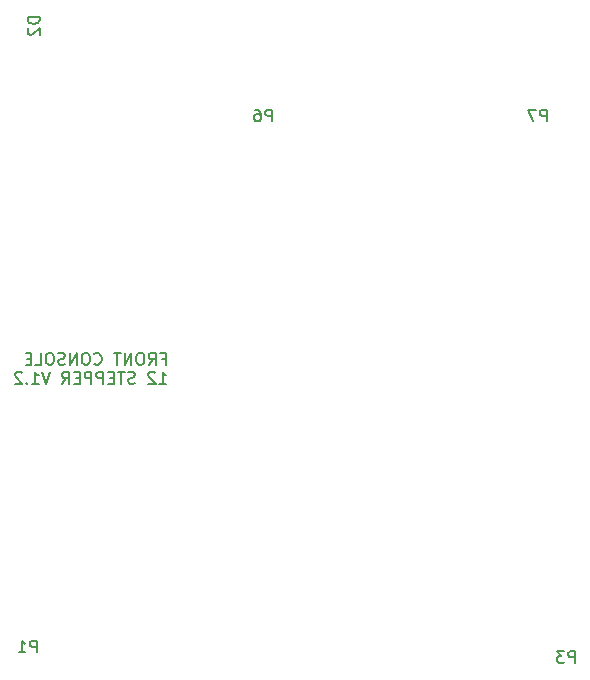
<source format=gbr>
G04 #@! TF.GenerationSoftware,KiCad,Pcbnew,7.0.9*
G04 #@! TF.CreationDate,2024-01-20T11:08:54+10:00*
G04 #@! TF.ProjectId,Front Console 12 Stepper,46726f6e-7420-4436-9f6e-736f6c652031,rev?*
G04 #@! TF.SameCoordinates,Original*
G04 #@! TF.FileFunction,Legend,Bot*
G04 #@! TF.FilePolarity,Positive*
%FSLAX46Y46*%
G04 Gerber Fmt 4.6, Leading zero omitted, Abs format (unit mm)*
G04 Created by KiCad (PCBNEW 7.0.9) date 2024-01-20 11:08:54*
%MOMM*%
%LPD*%
G01*
G04 APERTURE LIST*
%ADD10C,0.150000*%
G04 APERTURE END LIST*
D10*
X139729887Y-93936009D02*
X140063220Y-93936009D01*
X140063220Y-94459819D02*
X140063220Y-93459819D01*
X140063220Y-93459819D02*
X139587030Y-93459819D01*
X138634649Y-94459819D02*
X138967982Y-93983628D01*
X139206077Y-94459819D02*
X139206077Y-93459819D01*
X139206077Y-93459819D02*
X138825125Y-93459819D01*
X138825125Y-93459819D02*
X138729887Y-93507438D01*
X138729887Y-93507438D02*
X138682268Y-93555057D01*
X138682268Y-93555057D02*
X138634649Y-93650295D01*
X138634649Y-93650295D02*
X138634649Y-93793152D01*
X138634649Y-93793152D02*
X138682268Y-93888390D01*
X138682268Y-93888390D02*
X138729887Y-93936009D01*
X138729887Y-93936009D02*
X138825125Y-93983628D01*
X138825125Y-93983628D02*
X139206077Y-93983628D01*
X138015601Y-93459819D02*
X137825125Y-93459819D01*
X137825125Y-93459819D02*
X137729887Y-93507438D01*
X137729887Y-93507438D02*
X137634649Y-93602676D01*
X137634649Y-93602676D02*
X137587030Y-93793152D01*
X137587030Y-93793152D02*
X137587030Y-94126485D01*
X137587030Y-94126485D02*
X137634649Y-94316961D01*
X137634649Y-94316961D02*
X137729887Y-94412200D01*
X137729887Y-94412200D02*
X137825125Y-94459819D01*
X137825125Y-94459819D02*
X138015601Y-94459819D01*
X138015601Y-94459819D02*
X138110839Y-94412200D01*
X138110839Y-94412200D02*
X138206077Y-94316961D01*
X138206077Y-94316961D02*
X138253696Y-94126485D01*
X138253696Y-94126485D02*
X138253696Y-93793152D01*
X138253696Y-93793152D02*
X138206077Y-93602676D01*
X138206077Y-93602676D02*
X138110839Y-93507438D01*
X138110839Y-93507438D02*
X138015601Y-93459819D01*
X137158458Y-94459819D02*
X137158458Y-93459819D01*
X137158458Y-93459819D02*
X136587030Y-94459819D01*
X136587030Y-94459819D02*
X136587030Y-93459819D01*
X136253696Y-93459819D02*
X135682268Y-93459819D01*
X135967982Y-94459819D02*
X135967982Y-93459819D01*
X134015601Y-94364580D02*
X134063220Y-94412200D01*
X134063220Y-94412200D02*
X134206077Y-94459819D01*
X134206077Y-94459819D02*
X134301315Y-94459819D01*
X134301315Y-94459819D02*
X134444172Y-94412200D01*
X134444172Y-94412200D02*
X134539410Y-94316961D01*
X134539410Y-94316961D02*
X134587029Y-94221723D01*
X134587029Y-94221723D02*
X134634648Y-94031247D01*
X134634648Y-94031247D02*
X134634648Y-93888390D01*
X134634648Y-93888390D02*
X134587029Y-93697914D01*
X134587029Y-93697914D02*
X134539410Y-93602676D01*
X134539410Y-93602676D02*
X134444172Y-93507438D01*
X134444172Y-93507438D02*
X134301315Y-93459819D01*
X134301315Y-93459819D02*
X134206077Y-93459819D01*
X134206077Y-93459819D02*
X134063220Y-93507438D01*
X134063220Y-93507438D02*
X134015601Y-93555057D01*
X133396553Y-93459819D02*
X133206077Y-93459819D01*
X133206077Y-93459819D02*
X133110839Y-93507438D01*
X133110839Y-93507438D02*
X133015601Y-93602676D01*
X133015601Y-93602676D02*
X132967982Y-93793152D01*
X132967982Y-93793152D02*
X132967982Y-94126485D01*
X132967982Y-94126485D02*
X133015601Y-94316961D01*
X133015601Y-94316961D02*
X133110839Y-94412200D01*
X133110839Y-94412200D02*
X133206077Y-94459819D01*
X133206077Y-94459819D02*
X133396553Y-94459819D01*
X133396553Y-94459819D02*
X133491791Y-94412200D01*
X133491791Y-94412200D02*
X133587029Y-94316961D01*
X133587029Y-94316961D02*
X133634648Y-94126485D01*
X133634648Y-94126485D02*
X133634648Y-93793152D01*
X133634648Y-93793152D02*
X133587029Y-93602676D01*
X133587029Y-93602676D02*
X133491791Y-93507438D01*
X133491791Y-93507438D02*
X133396553Y-93459819D01*
X132539410Y-94459819D02*
X132539410Y-93459819D01*
X132539410Y-93459819D02*
X131967982Y-94459819D01*
X131967982Y-94459819D02*
X131967982Y-93459819D01*
X131539410Y-94412200D02*
X131396553Y-94459819D01*
X131396553Y-94459819D02*
X131158458Y-94459819D01*
X131158458Y-94459819D02*
X131063220Y-94412200D01*
X131063220Y-94412200D02*
X131015601Y-94364580D01*
X131015601Y-94364580D02*
X130967982Y-94269342D01*
X130967982Y-94269342D02*
X130967982Y-94174104D01*
X130967982Y-94174104D02*
X131015601Y-94078866D01*
X131015601Y-94078866D02*
X131063220Y-94031247D01*
X131063220Y-94031247D02*
X131158458Y-93983628D01*
X131158458Y-93983628D02*
X131348934Y-93936009D01*
X131348934Y-93936009D02*
X131444172Y-93888390D01*
X131444172Y-93888390D02*
X131491791Y-93840771D01*
X131491791Y-93840771D02*
X131539410Y-93745533D01*
X131539410Y-93745533D02*
X131539410Y-93650295D01*
X131539410Y-93650295D02*
X131491791Y-93555057D01*
X131491791Y-93555057D02*
X131444172Y-93507438D01*
X131444172Y-93507438D02*
X131348934Y-93459819D01*
X131348934Y-93459819D02*
X131110839Y-93459819D01*
X131110839Y-93459819D02*
X130967982Y-93507438D01*
X130348934Y-93459819D02*
X130158458Y-93459819D01*
X130158458Y-93459819D02*
X130063220Y-93507438D01*
X130063220Y-93507438D02*
X129967982Y-93602676D01*
X129967982Y-93602676D02*
X129920363Y-93793152D01*
X129920363Y-93793152D02*
X129920363Y-94126485D01*
X129920363Y-94126485D02*
X129967982Y-94316961D01*
X129967982Y-94316961D02*
X130063220Y-94412200D01*
X130063220Y-94412200D02*
X130158458Y-94459819D01*
X130158458Y-94459819D02*
X130348934Y-94459819D01*
X130348934Y-94459819D02*
X130444172Y-94412200D01*
X130444172Y-94412200D02*
X130539410Y-94316961D01*
X130539410Y-94316961D02*
X130587029Y-94126485D01*
X130587029Y-94126485D02*
X130587029Y-93793152D01*
X130587029Y-93793152D02*
X130539410Y-93602676D01*
X130539410Y-93602676D02*
X130444172Y-93507438D01*
X130444172Y-93507438D02*
X130348934Y-93459819D01*
X129015601Y-94459819D02*
X129491791Y-94459819D01*
X129491791Y-94459819D02*
X129491791Y-93459819D01*
X128682267Y-93936009D02*
X128348934Y-93936009D01*
X128206077Y-94459819D02*
X128682267Y-94459819D01*
X128682267Y-94459819D02*
X128682267Y-93459819D01*
X128682267Y-93459819D02*
X128206077Y-93459819D01*
X139539411Y-96069819D02*
X140110839Y-96069819D01*
X139825125Y-96069819D02*
X139825125Y-95069819D01*
X139825125Y-95069819D02*
X139920363Y-95212676D01*
X139920363Y-95212676D02*
X140015601Y-95307914D01*
X140015601Y-95307914D02*
X140110839Y-95355533D01*
X139158458Y-95165057D02*
X139110839Y-95117438D01*
X139110839Y-95117438D02*
X139015601Y-95069819D01*
X139015601Y-95069819D02*
X138777506Y-95069819D01*
X138777506Y-95069819D02*
X138682268Y-95117438D01*
X138682268Y-95117438D02*
X138634649Y-95165057D01*
X138634649Y-95165057D02*
X138587030Y-95260295D01*
X138587030Y-95260295D02*
X138587030Y-95355533D01*
X138587030Y-95355533D02*
X138634649Y-95498390D01*
X138634649Y-95498390D02*
X139206077Y-96069819D01*
X139206077Y-96069819D02*
X138587030Y-96069819D01*
X137444172Y-96022200D02*
X137301315Y-96069819D01*
X137301315Y-96069819D02*
X137063220Y-96069819D01*
X137063220Y-96069819D02*
X136967982Y-96022200D01*
X136967982Y-96022200D02*
X136920363Y-95974580D01*
X136920363Y-95974580D02*
X136872744Y-95879342D01*
X136872744Y-95879342D02*
X136872744Y-95784104D01*
X136872744Y-95784104D02*
X136920363Y-95688866D01*
X136920363Y-95688866D02*
X136967982Y-95641247D01*
X136967982Y-95641247D02*
X137063220Y-95593628D01*
X137063220Y-95593628D02*
X137253696Y-95546009D01*
X137253696Y-95546009D02*
X137348934Y-95498390D01*
X137348934Y-95498390D02*
X137396553Y-95450771D01*
X137396553Y-95450771D02*
X137444172Y-95355533D01*
X137444172Y-95355533D02*
X137444172Y-95260295D01*
X137444172Y-95260295D02*
X137396553Y-95165057D01*
X137396553Y-95165057D02*
X137348934Y-95117438D01*
X137348934Y-95117438D02*
X137253696Y-95069819D01*
X137253696Y-95069819D02*
X137015601Y-95069819D01*
X137015601Y-95069819D02*
X136872744Y-95117438D01*
X136587029Y-95069819D02*
X136015601Y-95069819D01*
X136301315Y-96069819D02*
X136301315Y-95069819D01*
X135682267Y-95546009D02*
X135348934Y-95546009D01*
X135206077Y-96069819D02*
X135682267Y-96069819D01*
X135682267Y-96069819D02*
X135682267Y-95069819D01*
X135682267Y-95069819D02*
X135206077Y-95069819D01*
X134777505Y-96069819D02*
X134777505Y-95069819D01*
X134777505Y-95069819D02*
X134396553Y-95069819D01*
X134396553Y-95069819D02*
X134301315Y-95117438D01*
X134301315Y-95117438D02*
X134253696Y-95165057D01*
X134253696Y-95165057D02*
X134206077Y-95260295D01*
X134206077Y-95260295D02*
X134206077Y-95403152D01*
X134206077Y-95403152D02*
X134253696Y-95498390D01*
X134253696Y-95498390D02*
X134301315Y-95546009D01*
X134301315Y-95546009D02*
X134396553Y-95593628D01*
X134396553Y-95593628D02*
X134777505Y-95593628D01*
X133777505Y-96069819D02*
X133777505Y-95069819D01*
X133777505Y-95069819D02*
X133396553Y-95069819D01*
X133396553Y-95069819D02*
X133301315Y-95117438D01*
X133301315Y-95117438D02*
X133253696Y-95165057D01*
X133253696Y-95165057D02*
X133206077Y-95260295D01*
X133206077Y-95260295D02*
X133206077Y-95403152D01*
X133206077Y-95403152D02*
X133253696Y-95498390D01*
X133253696Y-95498390D02*
X133301315Y-95546009D01*
X133301315Y-95546009D02*
X133396553Y-95593628D01*
X133396553Y-95593628D02*
X133777505Y-95593628D01*
X132777505Y-95546009D02*
X132444172Y-95546009D01*
X132301315Y-96069819D02*
X132777505Y-96069819D01*
X132777505Y-96069819D02*
X132777505Y-95069819D01*
X132777505Y-95069819D02*
X132301315Y-95069819D01*
X131301315Y-96069819D02*
X131634648Y-95593628D01*
X131872743Y-96069819D02*
X131872743Y-95069819D01*
X131872743Y-95069819D02*
X131491791Y-95069819D01*
X131491791Y-95069819D02*
X131396553Y-95117438D01*
X131396553Y-95117438D02*
X131348934Y-95165057D01*
X131348934Y-95165057D02*
X131301315Y-95260295D01*
X131301315Y-95260295D02*
X131301315Y-95403152D01*
X131301315Y-95403152D02*
X131348934Y-95498390D01*
X131348934Y-95498390D02*
X131396553Y-95546009D01*
X131396553Y-95546009D02*
X131491791Y-95593628D01*
X131491791Y-95593628D02*
X131872743Y-95593628D01*
X130253695Y-95069819D02*
X129920362Y-96069819D01*
X129920362Y-96069819D02*
X129587029Y-95069819D01*
X128729886Y-96069819D02*
X129301314Y-96069819D01*
X129015600Y-96069819D02*
X129015600Y-95069819D01*
X129015600Y-95069819D02*
X129110838Y-95212676D01*
X129110838Y-95212676D02*
X129206076Y-95307914D01*
X129206076Y-95307914D02*
X129301314Y-95355533D01*
X128301314Y-95974580D02*
X128253695Y-96022200D01*
X128253695Y-96022200D02*
X128301314Y-96069819D01*
X128301314Y-96069819D02*
X128348933Y-96022200D01*
X128348933Y-96022200D02*
X128301314Y-95974580D01*
X128301314Y-95974580D02*
X128301314Y-96069819D01*
X127872743Y-95165057D02*
X127825124Y-95117438D01*
X127825124Y-95117438D02*
X127729886Y-95069819D01*
X127729886Y-95069819D02*
X127491791Y-95069819D01*
X127491791Y-95069819D02*
X127396553Y-95117438D01*
X127396553Y-95117438D02*
X127348934Y-95165057D01*
X127348934Y-95165057D02*
X127301315Y-95260295D01*
X127301315Y-95260295D02*
X127301315Y-95355533D01*
X127301315Y-95355533D02*
X127348934Y-95498390D01*
X127348934Y-95498390D02*
X127920362Y-96069819D01*
X127920362Y-96069819D02*
X127301315Y-96069819D01*
X129135094Y-118818819D02*
X129135094Y-117818819D01*
X129135094Y-117818819D02*
X128754142Y-117818819D01*
X128754142Y-117818819D02*
X128658904Y-117866438D01*
X128658904Y-117866438D02*
X128611285Y-117914057D01*
X128611285Y-117914057D02*
X128563666Y-118009295D01*
X128563666Y-118009295D02*
X128563666Y-118152152D01*
X128563666Y-118152152D02*
X128611285Y-118247390D01*
X128611285Y-118247390D02*
X128658904Y-118295009D01*
X128658904Y-118295009D02*
X128754142Y-118342628D01*
X128754142Y-118342628D02*
X129135094Y-118342628D01*
X127611285Y-118818819D02*
X128182713Y-118818819D01*
X127896999Y-118818819D02*
X127896999Y-117818819D01*
X127896999Y-117818819D02*
X127992237Y-117961676D01*
X127992237Y-117961676D02*
X128087475Y-118056914D01*
X128087475Y-118056914D02*
X128182713Y-118104533D01*
X174728094Y-119707819D02*
X174728094Y-118707819D01*
X174728094Y-118707819D02*
X174347142Y-118707819D01*
X174347142Y-118707819D02*
X174251904Y-118755438D01*
X174251904Y-118755438D02*
X174204285Y-118803057D01*
X174204285Y-118803057D02*
X174156666Y-118898295D01*
X174156666Y-118898295D02*
X174156666Y-119041152D01*
X174156666Y-119041152D02*
X174204285Y-119136390D01*
X174204285Y-119136390D02*
X174251904Y-119184009D01*
X174251904Y-119184009D02*
X174347142Y-119231628D01*
X174347142Y-119231628D02*
X174728094Y-119231628D01*
X173823332Y-118707819D02*
X173204285Y-118707819D01*
X173204285Y-118707819D02*
X173537618Y-119088771D01*
X173537618Y-119088771D02*
X173394761Y-119088771D01*
X173394761Y-119088771D02*
X173299523Y-119136390D01*
X173299523Y-119136390D02*
X173251904Y-119184009D01*
X173251904Y-119184009D02*
X173204285Y-119279247D01*
X173204285Y-119279247D02*
X173204285Y-119517342D01*
X173204285Y-119517342D02*
X173251904Y-119612580D01*
X173251904Y-119612580D02*
X173299523Y-119660200D01*
X173299523Y-119660200D02*
X173394761Y-119707819D01*
X173394761Y-119707819D02*
X173680475Y-119707819D01*
X173680475Y-119707819D02*
X173775713Y-119660200D01*
X173775713Y-119660200D02*
X173823332Y-119612580D01*
X149074094Y-73860819D02*
X149074094Y-72860819D01*
X149074094Y-72860819D02*
X148693142Y-72860819D01*
X148693142Y-72860819D02*
X148597904Y-72908438D01*
X148597904Y-72908438D02*
X148550285Y-72956057D01*
X148550285Y-72956057D02*
X148502666Y-73051295D01*
X148502666Y-73051295D02*
X148502666Y-73194152D01*
X148502666Y-73194152D02*
X148550285Y-73289390D01*
X148550285Y-73289390D02*
X148597904Y-73337009D01*
X148597904Y-73337009D02*
X148693142Y-73384628D01*
X148693142Y-73384628D02*
X149074094Y-73384628D01*
X147645523Y-72860819D02*
X147835999Y-72860819D01*
X147835999Y-72860819D02*
X147931237Y-72908438D01*
X147931237Y-72908438D02*
X147978856Y-72956057D01*
X147978856Y-72956057D02*
X148074094Y-73098914D01*
X148074094Y-73098914D02*
X148121713Y-73289390D01*
X148121713Y-73289390D02*
X148121713Y-73670342D01*
X148121713Y-73670342D02*
X148074094Y-73765580D01*
X148074094Y-73765580D02*
X148026475Y-73813200D01*
X148026475Y-73813200D02*
X147931237Y-73860819D01*
X147931237Y-73860819D02*
X147740761Y-73860819D01*
X147740761Y-73860819D02*
X147645523Y-73813200D01*
X147645523Y-73813200D02*
X147597904Y-73765580D01*
X147597904Y-73765580D02*
X147550285Y-73670342D01*
X147550285Y-73670342D02*
X147550285Y-73432247D01*
X147550285Y-73432247D02*
X147597904Y-73337009D01*
X147597904Y-73337009D02*
X147645523Y-73289390D01*
X147645523Y-73289390D02*
X147740761Y-73241771D01*
X147740761Y-73241771D02*
X147931237Y-73241771D01*
X147931237Y-73241771D02*
X148026475Y-73289390D01*
X148026475Y-73289390D02*
X148074094Y-73337009D01*
X148074094Y-73337009D02*
X148121713Y-73432247D01*
X172315094Y-73860819D02*
X172315094Y-72860819D01*
X172315094Y-72860819D02*
X171934142Y-72860819D01*
X171934142Y-72860819D02*
X171838904Y-72908438D01*
X171838904Y-72908438D02*
X171791285Y-72956057D01*
X171791285Y-72956057D02*
X171743666Y-73051295D01*
X171743666Y-73051295D02*
X171743666Y-73194152D01*
X171743666Y-73194152D02*
X171791285Y-73289390D01*
X171791285Y-73289390D02*
X171838904Y-73337009D01*
X171838904Y-73337009D02*
X171934142Y-73384628D01*
X171934142Y-73384628D02*
X172315094Y-73384628D01*
X171410332Y-72860819D02*
X170743666Y-72860819D01*
X170743666Y-72860819D02*
X171172237Y-73860819D01*
X129385219Y-65017505D02*
X128385219Y-65017505D01*
X128385219Y-65017505D02*
X128385219Y-65255600D01*
X128385219Y-65255600D02*
X128432838Y-65398457D01*
X128432838Y-65398457D02*
X128528076Y-65493695D01*
X128528076Y-65493695D02*
X128623314Y-65541314D01*
X128623314Y-65541314D02*
X128813790Y-65588933D01*
X128813790Y-65588933D02*
X128956647Y-65588933D01*
X128956647Y-65588933D02*
X129147123Y-65541314D01*
X129147123Y-65541314D02*
X129242361Y-65493695D01*
X129242361Y-65493695D02*
X129337600Y-65398457D01*
X129337600Y-65398457D02*
X129385219Y-65255600D01*
X129385219Y-65255600D02*
X129385219Y-65017505D01*
X128480457Y-65969886D02*
X128432838Y-66017505D01*
X128432838Y-66017505D02*
X128385219Y-66112743D01*
X128385219Y-66112743D02*
X128385219Y-66350838D01*
X128385219Y-66350838D02*
X128432838Y-66446076D01*
X128432838Y-66446076D02*
X128480457Y-66493695D01*
X128480457Y-66493695D02*
X128575695Y-66541314D01*
X128575695Y-66541314D02*
X128670933Y-66541314D01*
X128670933Y-66541314D02*
X128813790Y-66493695D01*
X128813790Y-66493695D02*
X129385219Y-65922267D01*
X129385219Y-65922267D02*
X129385219Y-66541314D01*
M02*

</source>
